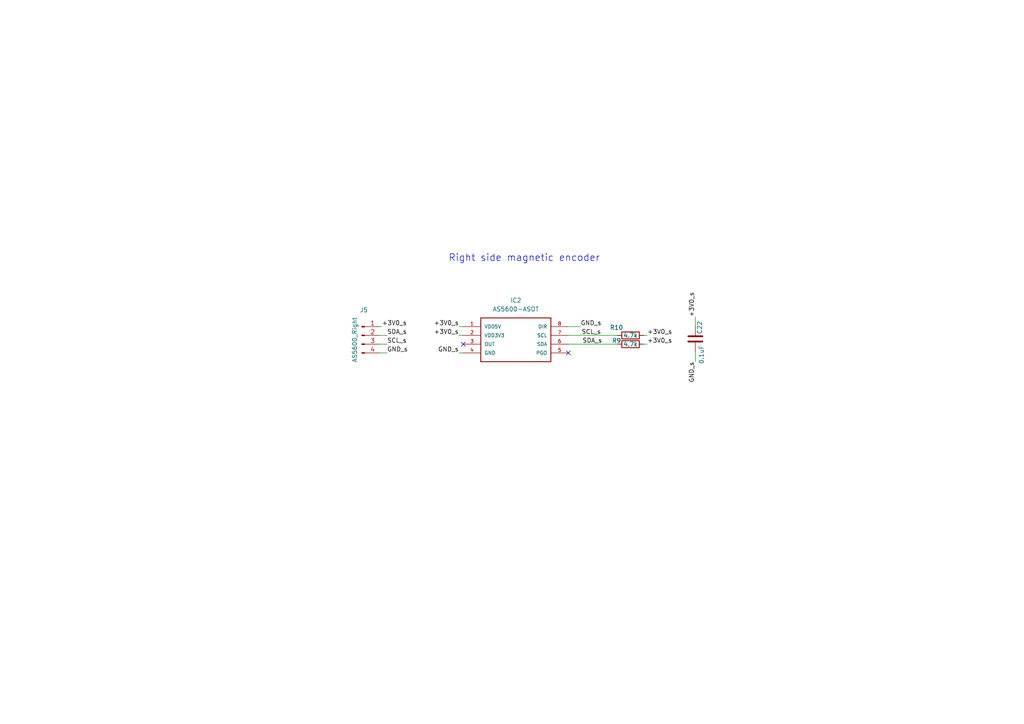
<source format=kicad_sch>
(kicad_sch (version 20211123) (generator eeschema)
  (paper "A4")
  (title_block (title "MUSHAK_PCB") (date "9 Aug 2022") (company "SRA-VJTI") (comment 1 "Designed by - Chinmay Lonkar"))
  (lib_symbols
    (symbol "AS5600-ASOT:AS5600-ASOT" (pin_names (offset 1.016))
      (property "Reference" "IC" (at 6.35 5.08 0))
      (property "Value" "AS5600-ASOT" (at 6.35 -12.7 0))
      (symbol "AS5600-ASOT_0_0"
        (polyline (pts (xy 5.08 2.54) (xy 5.08 -10.16)) (stroke (width 0.254)))
        (polyline (pts (xy 5.08 2.54) (xy 25.4 2.54)) (stroke (width 0.254)))
        (polyline (pts (xy 25.4 -10.16) (xy 5.08 -10.16)) (stroke (width 0.254)))
        (polyline (pts (xy 25.4 -10.16) (xy 25.4 2.54)) (stroke (width 0.254)))
        (pin bidirectional line (at 0 0 0) (length 5.08) (name "VDD5V") (number "1"))
        (pin bidirectional line (at 0 -2.54 0) (length 5.08) (name "VDD3V3") (number "2"))
        (pin bidirectional line (at 0 -5.08 0) (length 5.08) (name "OUT") (number "3"))
        (pin bidirectional line (at 0 -7.62 0) (length 5.08) (name "GND") (number "4"))
        (pin bidirectional line (at 30.48 -7.62 180) (length 5.08) (name "PGO") (number "5"))
        (pin bidirectional line (at 30.48 -5.08 180) (length 5.08) (name "SDA") (number "6"))
        (pin bidirectional line (at 30.48 -2.54 180) (length 5.08) (name "SCL") (number "7"))
        (pin bidirectional line (at 30.48 0 180) (length 5.08) (name "DIR") (number "8"))
      )
    )
    (symbol "Connector:Conn_01x04_Male" (pin_names (offset 1.016) hide)
      (property "Reference" "J" (at 0 5.08 0))
      (property "Value" "Conn_01x04_Male" (at 0 -7.62 0))
      (symbol "Conn_01x04_Male_1_1"
        (polyline (pts (xy 1.27 -5.08) (xy 0.8636 -5.08)) (stroke (width 0.1524)))
        (polyline (pts (xy 1.27 -2.54) (xy 0.8636 -2.54)) (stroke (width 0.1524)))
        (polyline (pts (xy 1.27 0) (xy 0.8636 0)) (stroke (width 0.1524)))
        (polyline (pts (xy 1.27 2.54) (xy 0.8636 2.54)) (stroke (width 0.1524)))
        (rectangle (start 0.8636 -4.953) (end 0 -5.207) (stroke (width 0.1524)) (fill (type outline)))
        (rectangle (start 0.8636 -2.413) (end 0 -2.667) (stroke (width 0.1524)) (fill (type outline)))
        (rectangle (start 0.8636 0.127) (end 0 -0.127) (stroke (width 0.1524)) (fill (type outline)))
        (rectangle (start 0.8636 2.667) (end 0 2.413) (stroke (width 0.1524)) (fill (type outline)))
        (pin passive line (at 5.08 2.54 180) (length 3.81) (name "Pin_1") (number "1"))
        (pin passive line (at 5.08 0 180) (length 3.81) (name "Pin_2") (number "2"))
        (pin passive line (at 5.08 -2.54 180) (length 3.81) (name "Pin_3") (number "3"))
        (pin passive line (at 5.08 -5.08 180) (length 3.81) (name "Pin_4") (number "4"))
      )
    )
    (symbol "Device:C" (pin_numbers hide) (pin_names (offset 0.254))
      (property "Reference" "C" (at 0.635 2.54 0))
      (property "Value" "C" (at 0.635 -2.54 0))
      (symbol "C_0_1"
        (polyline (pts (xy -2.032 -0.762) (xy 2.032 -0.762)) (stroke (width 0.508)))
        (polyline (pts (xy -2.032 0.762) (xy 2.032 0.762)) (stroke (width 0.508)))
      )
      (symbol "C_1_1"
        (pin passive line (at 0 3.81 270) (length 2.794) (name "~") (number "1"))
        (pin passive line (at 0 -3.81 90) (length 2.794) (name "~") (number "2"))
      )
    )
    (symbol "Device:R" (pin_numbers hide) (pin_names (offset 0))
      (property "Reference" "R" (at 2.032 0 90))
      (property "Value" "R" (at 0 0 90))
      (symbol "R_0_1"
        (rectangle (start -1.016 -2.54) (end 1.016 2.54) (stroke (width 0.254)))
      )
      (symbol "R_1_1"
        (pin passive line (at 0 3.81 270) (length 1.27) (name "~") (number "1"))
        (pin passive line (at 0 -3.81 90) (length 1.27) (name "~") (number "2"))
      )
    )
  )
  (no_connect (at 164.846 102.362))
  (no_connect (at 134.366 99.822))
  (wire (pts (xy 109.982 94.742) (xy 110.744 94.742)))
  (wire (pts (xy 133.096 94.742) (xy 134.366 94.742)))
  (wire (pts (xy 133.096 102.362) (xy 134.366 102.362)))
  (wire (pts (xy 133.096 97.282) (xy 134.366 97.282)))
  (wire (pts (xy 109.982 97.282) (xy 112.268 97.282)))
  (wire (pts (xy 164.846 97.282) (xy 179.07 97.282)))
  (wire (pts (xy 186.69 97.282) (xy 187.706 97.282)))
  (wire (pts (xy 109.982 99.822) (xy 112.268 99.822)))
  (wire (pts (xy 109.982 102.362) (xy 112.268 102.362)))
  (wire (pts (xy 201.676 102.108) (xy 201.676 104.902)))
  (wire (pts (xy 164.846 94.742) (xy 168.402 94.742)))
  (wire (pts (xy 186.69 99.822) (xy 187.706 99.822)))
  (wire (pts (xy 201.676 91.948) (xy 201.676 94.488)))
  (wire (pts (xy 164.846 99.822) (xy 179.07 99.822)))
  (text "Right side magnetic encoder" (at 130.048 76.073 0) (effects (font (size 2 2)) (justify left bottom)))
  (label "+3V0_s" (at 201.676 91.948 90))
  (label "GND_s" (at 133.096 102.362 180))
  (label "+3V0_s" (at 133.096 94.742 180))
  (label "SCL_s" (at 168.656 97.282 0))
  (label "+3V0_s" (at 187.706 99.822 0))
  (label "SCL_s" (at 112.268 99.822 0))
  (label "+3V0_s" (at 187.706 97.282 0))
  (label "SDA_s" (at 168.91 99.822 0))
  (label "GND_s" (at 201.676 104.902 270))
  (label "GND_s" (at 168.402 94.742 0))
  (label "+3V0_s" (at 133.096 97.282 180))
  (label "+3V0_s" (at 110.744 94.742 0))
  (label "GND_s" (at 112.268 102.362 0))
  (label "SDA_s" (at 112.268 97.282 0))
  (symbol (lib_id "Device:C") (at 201.676 98.298 180) (unit 1)
    (property "Reference" "C22" (at 202.946 94.996 90))
    (property "Value" "0.1uF" (at 203.454 102.87 90))
    (property "Footprint" "Capacitor_SMD:C_0402_1005Metric" (effects hide))
  )
  (symbol (lib_id "Device:R") (at 182.88 99.822 270) (unit 1)
    (property "Reference" "R10" (at 178.816 94.996 90))
    (property "Value" "4.7k" (at 182.88 99.822 90))
    (property "Footprint" "Resistor_SMD:R_0402_1005Metric" (effects hide))
  )
  (symbol (lib_id "Device:R") (at 182.88 97.282 270) (unit 1)
    (property "Reference" "R9" (at 178.816 98.806 90))
    (property "Value" "4.7k" (at 182.88 97.282 90))
    (property "Footprint" "Resistor_SMD:R_0402_1005Metric" (effects hide))
  )
  (symbol (lib_id "Connector:Conn_01x04_Male") (at 104.902 97.282 0) (unit 1)
    (property "Reference" "J5" (at 105.537 89.916 0))
    (property "Value" "AS5600_Right" (at 102.87 98.552 90))
    (property "Footprint" "mushak_mount_footprint:STAND_SLAVE_04" (effects hide))
  )
  (symbol (lib_id "AS5600-ASOT:AS5600-ASOT") (at 134.366 94.742 0) (unit 1)
    (property "Reference" "IC2" (at 149.606 87.122 0))
    (property "Value" "AS5600-ASOT" (at 149.606 89.662 0))
    (property "Footprint" "AS5600-ASOT:SOIC127P600X175-8N" (effects hide))
    (property "MANUFACTURER_PART_NUMBER" "AS5600-ASOT" (effects hide))
    (property "MANUFACTURER_NAME" "ams" (effects hide))
    (property "MOUSER_PRICE-STOCK" "https://www.mouser.co.uk/ProductDetail/ams/AS5600-ASOT?qs=KTMMzrZdriGJpjhsnAEYBA%3D%3D" (effects hide))
    (property "MOUSER_PART_NUMBER" "985-AS5600-ASOT" (effects hide))
    (property "DESCRIPTION" "Board Mount Hall Effect / Magnetic Sensors AS5600 Magnetic Sensor 12-Bit" (effects hide))
    (property "ARROW_PART_NUMBER" "AS5600-ASOT" (effects hide))
    (property "ARROW_PRICE-STOCK" "https://www.arrow.com/en/products/as5600-asot/ams-ag?region=nac" (effects hide))
    (property "HEIGHT" "1.75mm" (effects hide))
  )
)
</source>
